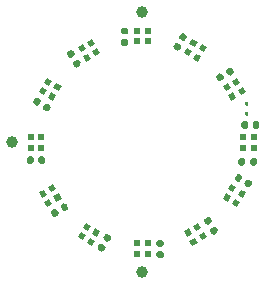
<source format=gts>
G04 #@! TF.GenerationSoftware,KiCad,Pcbnew,7.0.8-7.0.8~ubuntu23.04.1*
G04 #@! TF.CreationDate,2023-10-21T16:30:00+00:00*
G04 #@! TF.ProjectId,pedalboard-led-ring,70656461-6c62-46f6-9172-642d6c65642d,1.1.0-RC1*
G04 #@! TF.SameCoordinates,Original*
G04 #@! TF.FileFunction,Soldermask,Top*
G04 #@! TF.FilePolarity,Negative*
%FSLAX46Y46*%
G04 Gerber Fmt 4.6, Leading zero omitted, Abs format (unit mm)*
G04 Created by KiCad (PCBNEW 7.0.8-7.0.8~ubuntu23.04.1) date 2023-10-21 16:30:00*
%MOMM*%
%LPD*%
G01*
G04 APERTURE LIST*
%ADD10C,1.000000*%
%ADD11R,0.500000X0.500000*%
G04 APERTURE END LIST*
D10*
X80000000Y-71000000D03*
G36*
X84676795Y-68500446D02*
G01*
X84243783Y-68750446D01*
X83993783Y-68317434D01*
X84426795Y-68067434D01*
X84676795Y-68500446D01*
G37*
G36*
X85456217Y-68050446D02*
G01*
X85023205Y-68300446D01*
X84773205Y-67867434D01*
X85206217Y-67617434D01*
X85456217Y-68050446D01*
G37*
G36*
X85006217Y-67271024D02*
G01*
X84573205Y-67521024D01*
X84323205Y-67088012D01*
X84756217Y-66838012D01*
X85006217Y-67271024D01*
G37*
G36*
X84226795Y-67721024D02*
G01*
X83793783Y-67971024D01*
X83543783Y-67538012D01*
X83976795Y-67288012D01*
X84226795Y-67721024D01*
G37*
G36*
G01*
X78330000Y-50300000D02*
X78670000Y-50300000D01*
G75*
G02*
X78810000Y-50440000I0J-140000D01*
G01*
X78810000Y-50720000D01*
G75*
G02*
X78670000Y-50860000I-140000J0D01*
G01*
X78330000Y-50860000D01*
G75*
G02*
X78190000Y-50720000I0J140000D01*
G01*
X78190000Y-50440000D01*
G75*
G02*
X78330000Y-50300000I140000J0D01*
G01*
G37*
G36*
G01*
X78330000Y-51260000D02*
X78670000Y-51260000D01*
G75*
G02*
X78810000Y-51400000I0J-140000D01*
G01*
X78810000Y-51680000D01*
G75*
G02*
X78670000Y-51820000I-140000J0D01*
G01*
X78330000Y-51820000D01*
G75*
G02*
X78190000Y-51680000I0J140000D01*
G01*
X78190000Y-51400000D01*
G75*
G02*
X78330000Y-51260000I140000J0D01*
G01*
G37*
G36*
G01*
X73662776Y-52359553D02*
X73957224Y-52189553D01*
G75*
G02*
X74148468Y-52240797I70000J-121244D01*
G01*
X74288468Y-52483285D01*
G75*
G02*
X74237224Y-52674529I-121244J-70000D01*
G01*
X73942776Y-52844529D01*
G75*
G02*
X73751532Y-52793285I-70000J121244D01*
G01*
X73611532Y-52550797D01*
G75*
G02*
X73662776Y-52359553I121244J70000D01*
G01*
G37*
G36*
G01*
X74142776Y-53190937D02*
X74437224Y-53020937D01*
G75*
G02*
X74628468Y-53072181I70000J-121244D01*
G01*
X74768468Y-53314669D01*
G75*
G02*
X74717224Y-53505913I-121244J-70000D01*
G01*
X74422776Y-53675913D01*
G75*
G02*
X74231532Y-53624669I-70000J121244D01*
G01*
X74091532Y-53382181D01*
G75*
G02*
X74142776Y-53190937I121244J70000D01*
G01*
G37*
D11*
X89450000Y-60450000D03*
X89450000Y-59550000D03*
X88550000Y-59550000D03*
X88550000Y-60450000D03*
X80450000Y-50550000D03*
X79550000Y-50550000D03*
X79550000Y-51450000D03*
X80450000Y-51450000D03*
G36*
X88300446Y-65023205D02*
G01*
X88050446Y-65456217D01*
X87617434Y-65206217D01*
X87867434Y-64773205D01*
X88300446Y-65023205D01*
G37*
G36*
X88750446Y-64243783D02*
G01*
X88500446Y-64676795D01*
X88067434Y-64426795D01*
X88317434Y-63993783D01*
X88750446Y-64243783D01*
G37*
G36*
X87971024Y-63793783D02*
G01*
X87721024Y-64226795D01*
X87288012Y-63976795D01*
X87538012Y-63543783D01*
X87971024Y-63793783D01*
G37*
G36*
X87521024Y-64573205D02*
G01*
X87271024Y-65006217D01*
X86838012Y-64756217D01*
X87088012Y-64323205D01*
X87521024Y-64573205D01*
G37*
G36*
X71499554Y-64676795D02*
G01*
X71249554Y-64243783D01*
X71682566Y-63993783D01*
X71932566Y-64426795D01*
X71499554Y-64676795D01*
G37*
G36*
X71949554Y-65456217D02*
G01*
X71699554Y-65023205D01*
X72132566Y-64773205D01*
X72382566Y-65206217D01*
X71949554Y-65456217D01*
G37*
G36*
X72728976Y-65006217D02*
G01*
X72478976Y-64573205D01*
X72911988Y-64323205D01*
X73161988Y-64756217D01*
X72728976Y-65006217D01*
G37*
G36*
X72278976Y-64226795D02*
G01*
X72028976Y-63793783D01*
X72461988Y-63543783D01*
X72711988Y-63976795D01*
X72278976Y-64226795D01*
G37*
X79550000Y-69450000D03*
X80450000Y-69450000D03*
X80450000Y-68550000D03*
X79550000Y-68550000D03*
X70550000Y-59550000D03*
X70550000Y-60450000D03*
X71450000Y-60450000D03*
X71450000Y-59550000D03*
G36*
X71699554Y-54976795D02*
G01*
X71949554Y-54543783D01*
X72382566Y-54793783D01*
X72132566Y-55226795D01*
X71699554Y-54976795D01*
G37*
G36*
X71249554Y-55756217D02*
G01*
X71499554Y-55323205D01*
X71932566Y-55573205D01*
X71682566Y-56006217D01*
X71249554Y-55756217D01*
G37*
G36*
X72028976Y-56206217D02*
G01*
X72278976Y-55773205D01*
X72711988Y-56023205D01*
X72461988Y-56456217D01*
X72028976Y-56206217D01*
G37*
G36*
X72478976Y-55426795D02*
G01*
X72728976Y-54993783D01*
X73161988Y-55243783D01*
X72911988Y-55676795D01*
X72478976Y-55426795D01*
G37*
D10*
X80000000Y-49000000D03*
G36*
G01*
X70240000Y-61670000D02*
X70240000Y-61330000D01*
G75*
G02*
X70380000Y-61190000I140000J0D01*
G01*
X70660000Y-61190000D01*
G75*
G02*
X70800000Y-61330000I0J-140000D01*
G01*
X70800000Y-61670000D01*
G75*
G02*
X70660000Y-61810000I-140000J0D01*
G01*
X70380000Y-61810000D01*
G75*
G02*
X70240000Y-61670000I0J140000D01*
G01*
G37*
G36*
G01*
X71200000Y-61670000D02*
X71200000Y-61330000D01*
G75*
G02*
X71340000Y-61190000I140000J0D01*
G01*
X71620000Y-61190000D01*
G75*
G02*
X71760000Y-61330000I0J-140000D01*
G01*
X71760000Y-61670000D01*
G75*
G02*
X71620000Y-61810000I-140000J0D01*
G01*
X71340000Y-61810000D01*
G75*
G02*
X71200000Y-61670000I0J140000D01*
G01*
G37*
G36*
G01*
X88787500Y-57390000D02*
X88912500Y-57390000D01*
G75*
G02*
X88975000Y-57452500I0J-62500D01*
G01*
X88975000Y-57687500D01*
G75*
G02*
X88912500Y-57750000I-62500J0D01*
G01*
X88787500Y-57750000D01*
G75*
G02*
X88725000Y-57687500I0J62500D01*
G01*
X88725000Y-57452500D01*
G75*
G02*
X88787500Y-57390000I62500J0D01*
G01*
G37*
G36*
G01*
X88787500Y-56550000D02*
X88912500Y-56550000D01*
G75*
G02*
X88975000Y-56612500I0J-62500D01*
G01*
X88975000Y-56847500D01*
G75*
G02*
X88912500Y-56910000I-62500J0D01*
G01*
X88787500Y-56910000D01*
G75*
G02*
X88725000Y-56847500I0J62500D01*
G01*
X88725000Y-56612500D01*
G75*
G02*
X88787500Y-56550000I62500J0D01*
G01*
G37*
G36*
G01*
X72426820Y-66277224D02*
X72256820Y-65982776D01*
G75*
G02*
X72308064Y-65791532I121244J70000D01*
G01*
X72550552Y-65651532D01*
G75*
G02*
X72741796Y-65702776I70000J-121244D01*
G01*
X72911796Y-65997224D01*
G75*
G02*
X72860552Y-66188468I-121244J-70000D01*
G01*
X72618064Y-66328468D01*
G75*
G02*
X72426820Y-66277224I-70000J121244D01*
G01*
G37*
G36*
G01*
X73258204Y-65797224D02*
X73088204Y-65502776D01*
G75*
G02*
X73139448Y-65311532I121244J70000D01*
G01*
X73381936Y-65171532D01*
G75*
G02*
X73573180Y-65222776I70000J-121244D01*
G01*
X73743180Y-65517224D01*
G75*
G02*
X73691936Y-65708468I-121244J-70000D01*
G01*
X73449448Y-65848468D01*
G75*
G02*
X73258204Y-65797224I-70000J121244D01*
G01*
G37*
G36*
G01*
X76567224Y-69243180D02*
X76272776Y-69073180D01*
G75*
G02*
X76221532Y-68881936I70000J121244D01*
G01*
X76361532Y-68639448D01*
G75*
G02*
X76552776Y-68588204I121244J-70000D01*
G01*
X76847224Y-68758204D01*
G75*
G02*
X76898468Y-68949448I-70000J-121244D01*
G01*
X76758468Y-69191936D01*
G75*
G02*
X76567224Y-69243180I-121244J70000D01*
G01*
G37*
G36*
G01*
X77047224Y-68411796D02*
X76752776Y-68241796D01*
G75*
G02*
X76701532Y-68050552I70000J121244D01*
G01*
X76841532Y-67808064D01*
G75*
G02*
X77032776Y-67756820I121244J-70000D01*
G01*
X77327224Y-67926820D01*
G75*
G02*
X77378468Y-68118064I-70000J-121244D01*
G01*
X77238468Y-68360552D01*
G75*
G02*
X77047224Y-68411796I-121244J70000D01*
G01*
G37*
G36*
G01*
X86327224Y-67640447D02*
X86032776Y-67810447D01*
G75*
G02*
X85841532Y-67759203I-70000J121244D01*
G01*
X85701532Y-67516715D01*
G75*
G02*
X85752776Y-67325471I121244J70000D01*
G01*
X86047224Y-67155471D01*
G75*
G02*
X86238468Y-67206715I70000J-121244D01*
G01*
X86378468Y-67449203D01*
G75*
G02*
X86327224Y-67640447I-121244J-70000D01*
G01*
G37*
G36*
G01*
X85847224Y-66809063D02*
X85552776Y-66979063D01*
G75*
G02*
X85361532Y-66927819I-70000J121244D01*
G01*
X85221532Y-66685331D01*
G75*
G02*
X85272776Y-66494087I121244J70000D01*
G01*
X85567224Y-66324087D01*
G75*
G02*
X85758468Y-66375331I70000J-121244D01*
G01*
X85898468Y-66617819D01*
G75*
G02*
X85847224Y-66809063I-121244J-70000D01*
G01*
G37*
G36*
G01*
X70756820Y-56567224D02*
X70926820Y-56272776D01*
G75*
G02*
X71118064Y-56221532I121244J-70000D01*
G01*
X71360552Y-56361532D01*
G75*
G02*
X71411796Y-56552776I-70000J-121244D01*
G01*
X71241796Y-56847224D01*
G75*
G02*
X71050552Y-56898468I-121244J70000D01*
G01*
X70808064Y-56758468D01*
G75*
G02*
X70756820Y-56567224I70000J121244D01*
G01*
G37*
G36*
G01*
X71588204Y-57047224D02*
X71758204Y-56752776D01*
G75*
G02*
X71949448Y-56701532I121244J-70000D01*
G01*
X72191936Y-56841532D01*
G75*
G02*
X72243180Y-57032776I-70000J-121244D01*
G01*
X72073180Y-57327224D01*
G75*
G02*
X71881936Y-57378468I-121244J70000D01*
G01*
X71639448Y-57238468D01*
G75*
G02*
X71588204Y-57047224I70000J121244D01*
G01*
G37*
G36*
G01*
X81670000Y-69790000D02*
X81330000Y-69790000D01*
G75*
G02*
X81190000Y-69650000I0J140000D01*
G01*
X81190000Y-69370000D01*
G75*
G02*
X81330000Y-69230000I140000J0D01*
G01*
X81670000Y-69230000D01*
G75*
G02*
X81810000Y-69370000I0J-140000D01*
G01*
X81810000Y-69650000D01*
G75*
G02*
X81670000Y-69790000I-140000J0D01*
G01*
G37*
G36*
G01*
X81670000Y-68830000D02*
X81330000Y-68830000D01*
G75*
G02*
X81190000Y-68690000I0J140000D01*
G01*
X81190000Y-68410000D01*
G75*
G02*
X81330000Y-68270000I140000J0D01*
G01*
X81670000Y-68270000D01*
G75*
G02*
X81810000Y-68410000I0J-140000D01*
G01*
X81810000Y-68690000D01*
G75*
G02*
X81670000Y-68830000I-140000J0D01*
G01*
G37*
G36*
X88500446Y-55323205D02*
G01*
X88750446Y-55756217D01*
X88317434Y-56006217D01*
X88067434Y-55573205D01*
X88500446Y-55323205D01*
G37*
G36*
X88050446Y-54543783D02*
G01*
X88300446Y-54976795D01*
X87867434Y-55226795D01*
X87617434Y-54793783D01*
X88050446Y-54543783D01*
G37*
G36*
X87271024Y-54993783D02*
G01*
X87521024Y-55426795D01*
X87088012Y-55676795D01*
X86838012Y-55243783D01*
X87271024Y-54993783D01*
G37*
G36*
X87721024Y-55773205D02*
G01*
X87971024Y-56206217D01*
X87538012Y-56456217D01*
X87288012Y-56023205D01*
X87721024Y-55773205D01*
G37*
G36*
G01*
X88390000Y-58700000D02*
X88390000Y-58360000D01*
G75*
G02*
X88530000Y-58220000I140000J0D01*
G01*
X88810000Y-58220000D01*
G75*
G02*
X88950000Y-58360000I0J-140000D01*
G01*
X88950000Y-58700000D01*
G75*
G02*
X88810000Y-58840000I-140000J0D01*
G01*
X88530000Y-58840000D01*
G75*
G02*
X88390000Y-58700000I0J140000D01*
G01*
G37*
G36*
G01*
X89350000Y-58700000D02*
X89350000Y-58360000D01*
G75*
G02*
X89490000Y-58220000I140000J0D01*
G01*
X89770000Y-58220000D01*
G75*
G02*
X89910000Y-58360000I0J-140000D01*
G01*
X89910000Y-58700000D01*
G75*
G02*
X89770000Y-58840000I-140000J0D01*
G01*
X89490000Y-58840000D01*
G75*
G02*
X89350000Y-58700000I0J140000D01*
G01*
G37*
G36*
G01*
X87573180Y-53722776D02*
X87743180Y-54017224D01*
G75*
G02*
X87691936Y-54208468I-121244J-70000D01*
G01*
X87449448Y-54348468D01*
G75*
G02*
X87258204Y-54297224I-70000J121244D01*
G01*
X87088204Y-54002776D01*
G75*
G02*
X87139448Y-53811532I121244J70000D01*
G01*
X87381936Y-53671532D01*
G75*
G02*
X87573180Y-53722776I70000J-121244D01*
G01*
G37*
G36*
G01*
X86741796Y-54202776D02*
X86911796Y-54497224D01*
G75*
G02*
X86860552Y-54688468I-121244J-70000D01*
G01*
X86618064Y-54828468D01*
G75*
G02*
X86426820Y-54777224I-70000J121244D01*
G01*
X86256820Y-54482776D01*
G75*
G02*
X86308064Y-54291532I121244J70000D01*
G01*
X86550552Y-54151532D01*
G75*
G02*
X86741796Y-54202776I70000J-121244D01*
G01*
G37*
G36*
X75323205Y-51499554D02*
G01*
X75756217Y-51249554D01*
X76006217Y-51682566D01*
X75573205Y-51932566D01*
X75323205Y-51499554D01*
G37*
G36*
X74543783Y-51949554D02*
G01*
X74976795Y-51699554D01*
X75226795Y-52132566D01*
X74793783Y-52382566D01*
X74543783Y-51949554D01*
G37*
G36*
X74993783Y-52728976D02*
G01*
X75426795Y-52478976D01*
X75676795Y-52911988D01*
X75243783Y-53161988D01*
X74993783Y-52728976D01*
G37*
G36*
X75773205Y-52278976D02*
G01*
X76206217Y-52028976D01*
X76456217Y-52461988D01*
X76023205Y-52711988D01*
X75773205Y-52278976D01*
G37*
G36*
G01*
X89293180Y-63482776D02*
X89123180Y-63777224D01*
G75*
G02*
X88931936Y-63828468I-121244J70000D01*
G01*
X88689448Y-63688468D01*
G75*
G02*
X88638204Y-63497224I70000J121244D01*
G01*
X88808204Y-63202776D01*
G75*
G02*
X88999448Y-63151532I121244J-70000D01*
G01*
X89241936Y-63291532D01*
G75*
G02*
X89293180Y-63482776I-70000J-121244D01*
G01*
G37*
G36*
G01*
X88461796Y-63002776D02*
X88291796Y-63297224D01*
G75*
G02*
X88100552Y-63348468I-121244J70000D01*
G01*
X87858064Y-63208468D01*
G75*
G02*
X87806820Y-63017224I70000J121244D01*
G01*
X87976820Y-62722776D01*
G75*
G02*
X88168064Y-62671532I121244J-70000D01*
G01*
X88410552Y-62811532D01*
G75*
G02*
X88461796Y-63002776I-70000J-121244D01*
G01*
G37*
G36*
X74976795Y-68300446D02*
G01*
X74543783Y-68050446D01*
X74793783Y-67617434D01*
X75226795Y-67867434D01*
X74976795Y-68300446D01*
G37*
G36*
X75756217Y-68750446D02*
G01*
X75323205Y-68500446D01*
X75573205Y-68067434D01*
X76006217Y-68317434D01*
X75756217Y-68750446D01*
G37*
G36*
X76206217Y-67971024D02*
G01*
X75773205Y-67721024D01*
X76023205Y-67288012D01*
X76456217Y-67538012D01*
X76206217Y-67971024D01*
G37*
G36*
X75426795Y-67521024D02*
G01*
X74993783Y-67271024D01*
X75243783Y-66838012D01*
X75676795Y-67088012D01*
X75426795Y-67521024D01*
G37*
G36*
X85023205Y-51699554D02*
G01*
X85456217Y-51949554D01*
X85206217Y-52382566D01*
X84773205Y-52132566D01*
X85023205Y-51699554D01*
G37*
G36*
X84243783Y-51249554D02*
G01*
X84676795Y-51499554D01*
X84426795Y-51932566D01*
X83993783Y-51682566D01*
X84243783Y-51249554D01*
G37*
G36*
X83793783Y-52028976D02*
G01*
X84226795Y-52278976D01*
X83976795Y-52711988D01*
X83543783Y-52461988D01*
X83793783Y-52028976D01*
G37*
G36*
X84573205Y-52478976D02*
G01*
X85006217Y-52728976D01*
X84756217Y-53161988D01*
X84323205Y-52911988D01*
X84573205Y-52478976D01*
G37*
G36*
G01*
X89690000Y-61465000D02*
X89690000Y-61835000D01*
G75*
G02*
X89555000Y-61970000I-135000J0D01*
G01*
X89285000Y-61970000D01*
G75*
G02*
X89150000Y-61835000I0J135000D01*
G01*
X89150000Y-61465000D01*
G75*
G02*
X89285000Y-61330000I135000J0D01*
G01*
X89555000Y-61330000D01*
G75*
G02*
X89690000Y-61465000I0J-135000D01*
G01*
G37*
G36*
G01*
X88670000Y-61465000D02*
X88670000Y-61835000D01*
G75*
G02*
X88535000Y-61970000I-135000J0D01*
G01*
X88265000Y-61970000D01*
G75*
G02*
X88130000Y-61835000I0J135000D01*
G01*
X88130000Y-61465000D01*
G75*
G02*
X88265000Y-61330000I135000J0D01*
G01*
X88535000Y-61330000D01*
G75*
G02*
X88670000Y-61465000I0J-135000D01*
G01*
G37*
G36*
G01*
X83432776Y-50756820D02*
X83727224Y-50926820D01*
G75*
G02*
X83778468Y-51118064I-70000J-121244D01*
G01*
X83638468Y-51360552D01*
G75*
G02*
X83447224Y-51411796I-121244J70000D01*
G01*
X83152776Y-51241796D01*
G75*
G02*
X83101532Y-51050552I70000J121244D01*
G01*
X83241532Y-50808064D01*
G75*
G02*
X83432776Y-50756820I121244J-70000D01*
G01*
G37*
G36*
G01*
X82952776Y-51588204D02*
X83247224Y-51758204D01*
G75*
G02*
X83298468Y-51949448I-70000J-121244D01*
G01*
X83158468Y-52191936D01*
G75*
G02*
X82967224Y-52243180I-121244J70000D01*
G01*
X82672776Y-52073180D01*
G75*
G02*
X82621532Y-51881936I70000J121244D01*
G01*
X82761532Y-51639448D01*
G75*
G02*
X82952776Y-51588204I121244J-70000D01*
G01*
G37*
X69000000Y-60000000D03*
M02*

</source>
